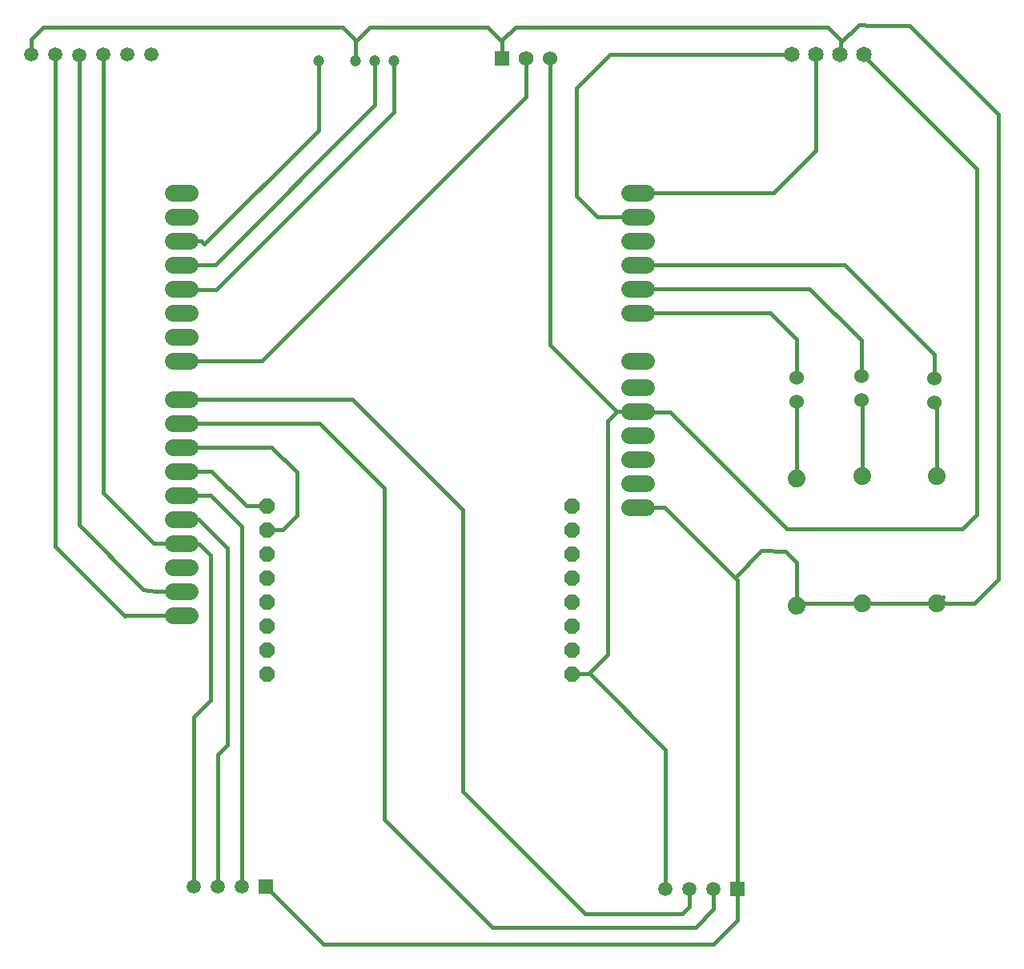
<source format=gbl>
G04 Layer: BottomLayer*
G04 EasyEDA v6.5.5, 2022-05-17 09:42:53*
G04 10cda3a1212d43f89cf9d1cb10f4882f,1cecfb22d57c4bfb82df15c5060036b0,10*
G04 Gerber Generator version 0.2*
G04 Scale: 100 percent, Rotated: No, Reflected: No *
G04 Dimensions in millimeters *
G04 leading zeros omitted , absolute positions ,4 integer and 5 decimal *
%FSLAX45Y45*%
%MOMM*%

%ADD11R,1.5080X1.5080*%
%ADD12C,1.5080*%
%ADD13C,1.5240*%
%ADD14C,1.6500*%
%ADD15C,1.8796*%
%ADD16C,1.5000*%
%ADD17C,1.2000*%
%ADD18C,1.5748*%
%ADD19R,1.5748X1.5748*%
%ADD20C,1.7780*%
%ADD21C,0.4000*%

%LPD*%
D21*
X9131300Y-366013D02*
G01*
X9319513Y-177800D01*
X9385300Y-177800D01*
X9398000Y-190500D01*
X9855200Y-190500D01*
X10795000Y-1130300D01*
X10795000Y-6045200D01*
X10538968Y-6300978D01*
X10147300Y-6300978D01*
X9372600Y-508000D02*
G01*
X10566400Y-1701800D01*
X10566400Y-5359400D01*
X10414000Y-5511800D01*
X8559800Y-5511800D01*
X7327900Y-4279900D01*
X6985000Y-4279900D01*
X2159000Y-5664200D02*
G01*
X2171700Y-5676900D01*
X2349500Y-5676900D01*
X2463800Y-5791200D01*
X2463800Y-7327900D01*
X2286000Y-7505700D01*
X2286000Y-9296400D01*
X2159000Y-5156200D02*
G01*
X2463800Y-5156200D01*
X2794000Y-5486400D01*
X2794000Y-9296400D01*
X2159000Y-5410200D02*
G01*
X2336800Y-5410200D01*
X2641600Y-5715000D01*
X2641600Y-7797800D01*
X2540000Y-7899400D01*
X2540000Y-9296400D01*
X2159000Y-4140200D02*
G01*
X3962400Y-4140200D01*
X5130800Y-5308600D01*
X5130800Y-8293100D01*
X6426200Y-9588500D01*
X7454900Y-9588500D01*
X7531100Y-9512300D01*
X7531100Y-9321800D01*
X10212577Y-6235700D02*
G01*
X10147300Y-6300978D01*
X5549900Y-355600D02*
G01*
X5549900Y-342900D01*
X5689600Y-203200D01*
X8991600Y-203200D01*
X9131300Y-342900D01*
X9131300Y-482600D01*
X9118600Y-495300D01*
X8007350Y-6026150D02*
G01*
X8293100Y-5740400D01*
X8547100Y-5753100D01*
X8661400Y-5867400D01*
X8661400Y-6326504D01*
X10147300Y-6301104D02*
G01*
X9359900Y-6301104D01*
X8661400Y-6326504D02*
G01*
X8686800Y-6301104D01*
X9359900Y-6301104D01*
X6985000Y-5283200D02*
G01*
X7264400Y-5283200D01*
X8039100Y-6057900D01*
X8039100Y-9321800D01*
X10121889Y-4178289D02*
G01*
X10147300Y-4203700D01*
X10147300Y-4951095D01*
X9347189Y-4152889D02*
G01*
X9359900Y-4165600D01*
X9359900Y-4951095D01*
X8661389Y-4165589D02*
G01*
X8661400Y-4976495D01*
X6985000Y-2717800D02*
G01*
X9169400Y-2717800D01*
X10121889Y-3670289D01*
X10121889Y-3924289D01*
X6985000Y-2971800D02*
G01*
X8801100Y-2971800D01*
X9347189Y-3517889D01*
X9347189Y-3898889D01*
X6985000Y-3225800D02*
G01*
X8382000Y-3225800D01*
X8661389Y-3505189D01*
X8661389Y-3911589D01*
X2159000Y-4394200D02*
G01*
X3619500Y-4394200D01*
X4305300Y-5080000D01*
X4305300Y-8585200D01*
X5448300Y-9728200D01*
X7594600Y-9728200D01*
X7785100Y-9537700D01*
X7785100Y-9321800D01*
X3048000Y-9296400D02*
G01*
X3657600Y-9906000D01*
X7785100Y-9906000D01*
X8039100Y-9652000D01*
X8039100Y-9321800D01*
X8864600Y-495300D02*
G01*
X8864600Y-1511300D01*
X8420100Y-1955800D01*
X6985000Y-1955800D01*
X6985000Y-2209800D02*
G01*
X6553200Y-2209800D01*
X6337300Y-1993900D01*
X6337300Y-850900D01*
X6692900Y-495300D01*
X8610600Y-495300D01*
X6286500Y-7048500D02*
G01*
X6477000Y-7048500D01*
X7277100Y-7848600D01*
X7277100Y-9321800D01*
X6985000Y-4267200D02*
G01*
X6769100Y-4267200D01*
X6667500Y-4368800D01*
X6667500Y-6845300D01*
X6464300Y-7048500D01*
X6286500Y-7048500D01*
X6751065Y-4285234D02*
G01*
X6751065Y-4261865D01*
X6057900Y-3568700D01*
X6057900Y-533400D01*
X4406900Y-558800D02*
G01*
X4406900Y-1104900D01*
X2527300Y-2984500D01*
X2159000Y-2984500D01*
X2159000Y-2971800D01*
X5803900Y-533400D02*
G01*
X5803900Y-939800D01*
X3009900Y-3733800D01*
X2159000Y-3733800D01*
X4000500Y-342900D02*
G01*
X4013200Y-342900D01*
X4152900Y-203200D01*
X5397500Y-203200D01*
X5549900Y-355600D01*
X5549900Y-533400D01*
X571500Y-495300D02*
G01*
X571500Y-330200D01*
X698500Y-203200D01*
X3860800Y-203200D01*
X4000500Y-342900D01*
X4000500Y-552450D01*
X3994150Y-558800D01*
X3606800Y-558800D02*
G01*
X3606800Y-1295400D01*
X2400300Y-2501900D01*
X2362200Y-2463800D01*
X2159000Y-2463800D01*
X4203700Y-558800D02*
G01*
X4203700Y-1028700D01*
X2514600Y-2717800D01*
X2159000Y-2717800D01*
X3060700Y-5270500D02*
G01*
X2844800Y-5270500D01*
X2476500Y-4902200D01*
X2159000Y-4902200D01*
X3060700Y-5524500D02*
G01*
X3225800Y-5524500D01*
X3378200Y-5372100D01*
X3378200Y-4914900D01*
X3111500Y-4648200D01*
X2159000Y-4648200D01*
X1333500Y-495300D02*
G01*
X1333500Y-5130800D01*
X1866900Y-5664200D01*
X2159000Y-5664200D01*
X1079500Y-497839D02*
G01*
X1079500Y-5473700D01*
X1752600Y-6159500D01*
X1879600Y-6172200D01*
X2159000Y-6172200D01*
X825500Y-495300D02*
G01*
X825500Y-5702300D01*
X1562100Y-6438900D01*
X1574800Y-6426200D01*
X2159000Y-6426200D01*
D11*
G01*
X8039100Y-9321800D03*
D12*
G01*
X7785100Y-9321800D03*
G01*
X7531100Y-9321800D03*
G01*
X7277100Y-9321800D03*
D11*
G01*
X3048000Y-9296400D03*
D12*
G01*
X2794000Y-9296400D03*
G01*
X2540000Y-9296400D03*
G01*
X2286000Y-9296400D03*
D13*
G01*
X8661389Y-3911589D03*
G01*
X8661389Y-4165589D03*
G01*
X9347189Y-3898889D03*
G01*
X9347189Y-4152889D03*
G01*
X10121889Y-3924289D03*
G01*
X10121889Y-4178289D03*
D14*
G01*
X8610600Y-495427D03*
G01*
X8864600Y-495427D03*
G01*
X9118600Y-495427D03*
G01*
X9372600Y-495172D03*
D15*
G01*
X8661400Y-4976495D03*
G01*
X8661400Y-6326504D03*
G01*
X9359900Y-4951095D03*
G01*
X9359900Y-6301104D03*
G01*
X10147300Y-4951095D03*
G01*
X10147300Y-6301104D03*
D16*
G01*
X1333500Y-495300D03*
G01*
X1841500Y-495300D03*
G01*
X1587500Y-495300D03*
G01*
X1079500Y-497839D03*
G01*
X825500Y-495300D03*
G01*
X571500Y-495300D03*
D17*
G01*
X4406900Y-558800D03*
G01*
X4203700Y-558800D03*
G01*
X3994150Y-558800D03*
G01*
X3606800Y-558800D03*
D13*
G01*
X6057900Y-533400D03*
D18*
G01*
X5803900Y-533400D03*
D19*
G01*
X5549900Y-533400D03*
G36*
X3094710Y-5352643D02*
G01*
X3142843Y-5304536D01*
X3142843Y-5236489D01*
X3094710Y-5188381D01*
X3026689Y-5188381D01*
X2978556Y-5236489D01*
X2978556Y-5304536D01*
X3026689Y-5352643D01*
G37*
G36*
X3094710Y-5606643D02*
G01*
X3142843Y-5558536D01*
X3142843Y-5490489D01*
X3094710Y-5442381D01*
X3026689Y-5442381D01*
X2978556Y-5490489D01*
X2978556Y-5558536D01*
X3026689Y-5606643D01*
G37*
G36*
X3094710Y-5860643D02*
G01*
X3142843Y-5812536D01*
X3142843Y-5744489D01*
X3094710Y-5696381D01*
X3026689Y-5696381D01*
X2978556Y-5744489D01*
X2978556Y-5812536D01*
X3026689Y-5860643D01*
G37*
G36*
X3094710Y-6114643D02*
G01*
X3142843Y-6066510D01*
X3142843Y-5998489D01*
X3094710Y-5950381D01*
X3026689Y-5950381D01*
X2978556Y-5998489D01*
X2978556Y-6066510D01*
X3026689Y-6114643D01*
G37*
G36*
X3094710Y-6368643D02*
G01*
X3142843Y-6320510D01*
X3142843Y-6252489D01*
X3094710Y-6204381D01*
X3026689Y-6204381D01*
X2978556Y-6252489D01*
X2978556Y-6320510D01*
X3026689Y-6368643D01*
G37*
G36*
X3094710Y-6622643D02*
G01*
X3142843Y-6574510D01*
X3142843Y-6506489D01*
X3094710Y-6458356D01*
X3026689Y-6458356D01*
X2978556Y-6506489D01*
X2978556Y-6574510D01*
X3026689Y-6622643D01*
G37*
G36*
X3094710Y-6876643D02*
G01*
X3142843Y-6828510D01*
X3142843Y-6760489D01*
X3094710Y-6712356D01*
X3026689Y-6712356D01*
X2978556Y-6760489D01*
X2978556Y-6828510D01*
X3026689Y-6876643D01*
G37*
G36*
X3094710Y-7130643D02*
G01*
X3142843Y-7082510D01*
X3142843Y-7014489D01*
X3094710Y-6966356D01*
X3026689Y-6966356D01*
X2978556Y-7014489D01*
X2978556Y-7082510D01*
X3026689Y-7130643D01*
G37*
G36*
X6320510Y-5352643D02*
G01*
X6368618Y-5304536D01*
X6368618Y-5236489D01*
X6320510Y-5188381D01*
X6252463Y-5188381D01*
X6204356Y-5236489D01*
X6204356Y-5304536D01*
X6252463Y-5352643D01*
G37*
G36*
X6320510Y-5606643D02*
G01*
X6368618Y-5558536D01*
X6368618Y-5490489D01*
X6320510Y-5442381D01*
X6252463Y-5442381D01*
X6204356Y-5490489D01*
X6204356Y-5558536D01*
X6252463Y-5606643D01*
G37*
G36*
X6320510Y-5860643D02*
G01*
X6368618Y-5812536D01*
X6368618Y-5744489D01*
X6320510Y-5696381D01*
X6252463Y-5696381D01*
X6204356Y-5744489D01*
X6204356Y-5812536D01*
X6252463Y-5860643D01*
G37*
G36*
X6320510Y-6114643D02*
G01*
X6368618Y-6066510D01*
X6368618Y-5998489D01*
X6320510Y-5950381D01*
X6252463Y-5950381D01*
X6204356Y-5998489D01*
X6204356Y-6066510D01*
X6252463Y-6114643D01*
G37*
G36*
X6320510Y-6368643D02*
G01*
X6368618Y-6320510D01*
X6368618Y-6252489D01*
X6320510Y-6204381D01*
X6252463Y-6204381D01*
X6204356Y-6252489D01*
X6204356Y-6320510D01*
X6252463Y-6368643D01*
G37*
G36*
X6320510Y-6622643D02*
G01*
X6368618Y-6574510D01*
X6368618Y-6506489D01*
X6320510Y-6458356D01*
X6252463Y-6458356D01*
X6204356Y-6506489D01*
X6204356Y-6574510D01*
X6252463Y-6622643D01*
G37*
G36*
X6320510Y-6876643D02*
G01*
X6368618Y-6828510D01*
X6368618Y-6760489D01*
X6320510Y-6712356D01*
X6252463Y-6712356D01*
X6204356Y-6760489D01*
X6204356Y-6828510D01*
X6252463Y-6876643D01*
G37*
G36*
X6320510Y-7130643D02*
G01*
X6368618Y-7082510D01*
X6368618Y-7014489D01*
X6320510Y-6966356D01*
X6252463Y-6966356D01*
X6204356Y-7014489D01*
X6204356Y-7082510D01*
X6252463Y-7130643D01*
G37*
D20*
X6896100Y-5029200D02*
G01*
X7073900Y-5029200D01*
X6896100Y-4775200D02*
G01*
X7073900Y-4775200D01*
X6896100Y-4521200D02*
G01*
X7073900Y-4521200D01*
X6896100Y-4267200D02*
G01*
X7073900Y-4267200D01*
X6896100Y-4013200D02*
G01*
X7073900Y-4013200D01*
X6896100Y-3733800D02*
G01*
X7073900Y-3733800D01*
X6896100Y-3225800D02*
G01*
X7073900Y-3225800D01*
X6896100Y-2971800D02*
G01*
X7073900Y-2971800D01*
X6896100Y-2717800D02*
G01*
X7073900Y-2717800D01*
X6896100Y-2463800D02*
G01*
X7073900Y-2463800D01*
X6896100Y-2209800D02*
G01*
X7073900Y-2209800D01*
X6896100Y-1955800D02*
G01*
X7073900Y-1955800D01*
X2070100Y-1955800D02*
G01*
X2247900Y-1955800D01*
X2070100Y-2209800D02*
G01*
X2247900Y-2209800D01*
X2070100Y-2463800D02*
G01*
X2247900Y-2463800D01*
X2070100Y-2717800D02*
G01*
X2247900Y-2717800D01*
X2070100Y-2971800D02*
G01*
X2247900Y-2971800D01*
X2070100Y-3225800D02*
G01*
X2247900Y-3225800D01*
X2070100Y-3479800D02*
G01*
X2247900Y-3479800D01*
X2070100Y-3733800D02*
G01*
X2247900Y-3733800D01*
X2070100Y-4140200D02*
G01*
X2247900Y-4140200D01*
X2070100Y-4394200D02*
G01*
X2247900Y-4394200D01*
X2070100Y-4648200D02*
G01*
X2247900Y-4648200D01*
X2070100Y-4902200D02*
G01*
X2247900Y-4902200D01*
X2070100Y-5156200D02*
G01*
X2247900Y-5156200D01*
X2070100Y-5410200D02*
G01*
X2247900Y-5410200D01*
X2070100Y-5664200D02*
G01*
X2247900Y-5664200D01*
X2070100Y-5918200D02*
G01*
X2247900Y-5918200D01*
X2070100Y-6172200D02*
G01*
X2247900Y-6172200D01*
X2070100Y-6426200D02*
G01*
X2247900Y-6426200D01*
X6896100Y-5283200D02*
G01*
X7073900Y-5283200D01*
M02*

</source>
